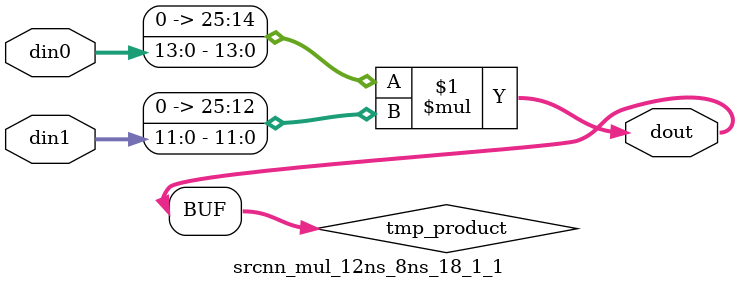
<source format=v>

`timescale 1 ns / 1 ps

  module srcnn_mul_12ns_8ns_18_1_1(din0, din1, dout);
parameter ID = 1;
parameter NUM_STAGE = 0;
parameter din0_WIDTH = 14;
parameter din1_WIDTH = 12;
parameter dout_WIDTH = 26;

input [din0_WIDTH - 1 : 0] din0; 
input [din1_WIDTH - 1 : 0] din1; 
output [dout_WIDTH - 1 : 0] dout;

wire signed [dout_WIDTH - 1 : 0] tmp_product;










assign tmp_product = $signed({1'b0, din0}) * $signed({1'b0, din1});











assign dout = tmp_product;







endmodule

</source>
